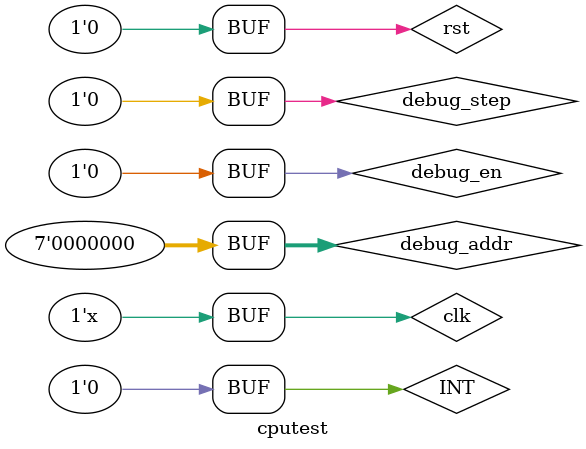
<source format=v>
`timescale 1ns / 1ps


module cputest;

	// Inputs
	reg debug_en;
	reg debug_step;
	reg [6:0] debug_addr;
	reg clk;
	reg rst;
	reg INT;

	// Outputs
	wire [31:0] debug_data;

	// Instantiate the Unit Under Test (UUT)
	cpu uut (
		.debug_en(debug_en), 
		.debug_step(debug_step), 
		.debug_addr(debug_addr), 
		.debug_data(debug_data), 
		.clk(clk), 
		.rst(rst), 
		.INT(INT)
	);

	initial begin
		// Initialize Inputs
		debug_en = 0;
		debug_step = 0;
		debug_addr = 0;
		clk = 0;
		rst = 0;
		INT = 0;

		// Wait 100 ns for global reset to finish
		#100;
        
		// Add stimulus here

	end
   always #100 clk=~clk;
endmodule


</source>
